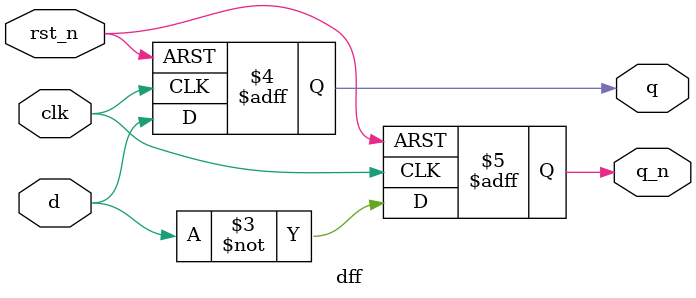
<source format=v>
module clockswitch(
    input wire clk0, clk1, sel, rst_n,
    output wire sys_clk
);

wire CrossFB0_1, CrossFB1_0, Link1, Link0, Inp1, Inp0, sel_n, clk0_n, clk1_n, selbuf1, selbuf0, selgate1, selgate0;

not(sel_n, sel);
not(clk0_n, clk0);
not(clk1_n, clk1);

and(Inp1, sel,      CrossFB0_1);
and(Inp0, sel_n,    CrossFB1_0);

dff U1(
    .d(Inp1),
    .clk(clk1),
    .rst_n(rst_n),
    .q(Link1),
    .q_n()
);

dff U2(
    .d(Link1),
    .clk(clk1_n),
    .rst_n(rst_n),
    .q(selbuf1),
    .q_n(CrossFB1_0)
);

dff U3(
    .d(Inp0),
    .clk(clk0),
    .rst_n(rst_n),
    .q(Link0),
    .q_n()
);

dff U4(
    .d(Link0),
    .clk(clk0_n),
    .rst_n(rst_n),
    .q(selbuf0),
    .q_n(CrossFB0_1)
);

and(selgate1, selbuf1, clk1);
and(selgate0, selbuf0, clk0);

or(sys_clk, selgate1, selgate0);



endmodule

module dff(
    input wire d, clk, rst_n,
    output reg q, q_n
);

always @(posedge clk or negedge rst_n) begin
    if(rst_n == 1'b0) begin
        q   <=  1'b0;
        q_n <=  1'b1;
    end
    else begin
        q   <=  d;
        q_n <= ~d;
    end
end

endmodule
</source>
